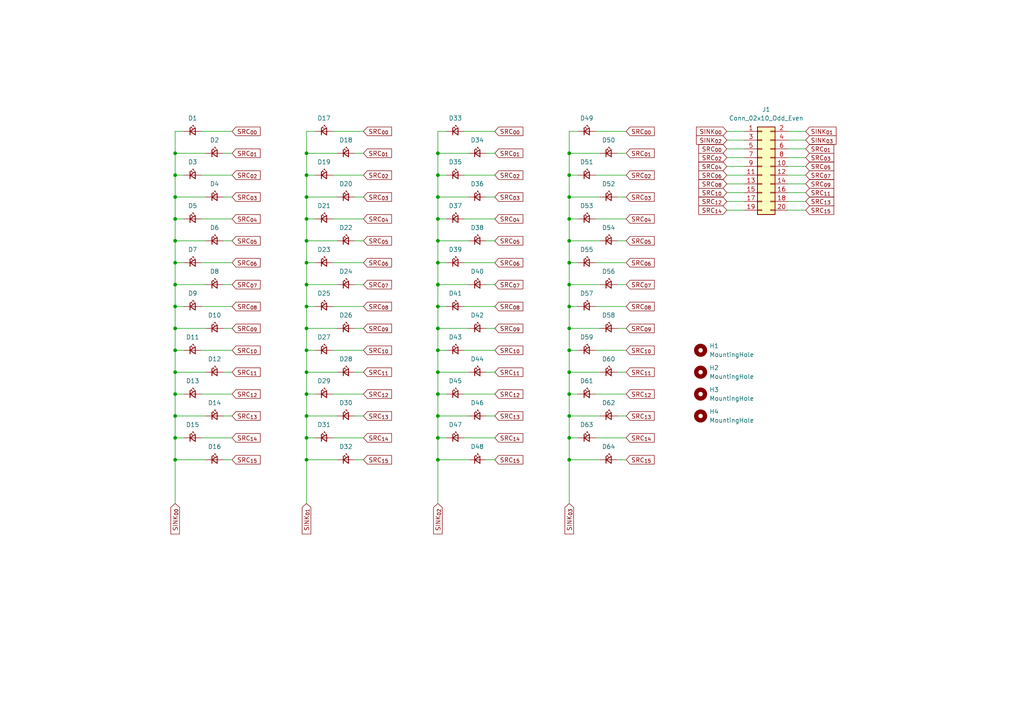
<source format=kicad_sch>
(kicad_sch (version 20250114) (generator "eeschema") (generator_version "9.0")
  (paper "A4")
  (title_block (title "Hyperdrift LED example board: Grid") (date "2026-01-06") (company "Chris Combs"))
  (lib_symbols
    (symbol "Connector_Generic:Conn_02x10_Odd_Even" (pin_names (offset 1.016) (hide yes))
      (property "Reference" "J" (at 1.27 12.7 0))
      (property "Value" "Conn_02x10_Odd_Even" (at 1.27 -15.24 0))
      (symbol "Conn_02x10_Odd_Even_1_1"
        (rectangle (start -1.27 11.43) (end 3.81 -13.97) (stroke (width 0.254)) (fill (type background)))
        (rectangle (start -1.27 10.287) (end 0 10.033) (stroke (width 0.1524)))
        (rectangle (start -1.27 7.747) (end 0 7.493) (stroke (width 0.1524)))
        (rectangle (start -1.27 5.207) (end 0 4.953) (stroke (width 0.1524)))
        (rectangle (start -1.27 2.667) (end 0 2.413) (stroke (width 0.1524)))
        (rectangle (start -1.27 0.127) (end 0 -0.127) (stroke (width 0.1524)))
        (rectangle (start -1.27 -2.413) (end 0 -2.667) (stroke (width 0.1524)))
        (rectangle (start -1.27 -4.953) (end 0 -5.207) (stroke (width 0.1524)))
        (rectangle (start -1.27 -7.493) (end 0 -7.747) (stroke (width 0.1524)))
        (rectangle (start -1.27 -10.033) (end 0 -10.287) (stroke (width 0.1524)))
        (rectangle (start -1.27 -12.573) (end 0 -12.827) (stroke (width 0.1524)))
        (rectangle (start 3.81 10.287) (end 2.54 10.033) (stroke (width 0.1524)))
        (rectangle (start 3.81 7.747) (end 2.54 7.493) (stroke (width 0.1524)))
        (rectangle (start 3.81 5.207) (end 2.54 4.953) (stroke (width 0.1524)))
        (rectangle (start 3.81 2.667) (end 2.54 2.413) (stroke (width 0.1524)))
        (rectangle (start 3.81 0.127) (end 2.54 -0.127) (stroke (width 0.1524)))
        (rectangle (start 3.81 -2.413) (end 2.54 -2.667) (stroke (width 0.1524)))
        (rectangle (start 3.81 -4.953) (end 2.54 -5.207) (stroke (width 0.1524)))
        (rectangle (start 3.81 -7.493) (end 2.54 -7.747) (stroke (width 0.1524)))
        (rectangle (start 3.81 -10.033) (end 2.54 -10.287) (stroke (width 0.1524)))
        (rectangle (start 3.81 -12.573) (end 2.54 -12.827) (stroke (width 0.1524)))
        (pin passive line (at -5.08 10.16 0) (length 3.81) (name "Pin_1") (number "1"))
        (pin passive line (at -5.08 7.62 0) (length 3.81) (name "Pin_3") (number "3"))
        (pin passive line (at -5.08 5.08 0) (length 3.81) (name "Pin_5") (number "5"))
        (pin passive line (at -5.08 2.54 0) (length 3.81) (name "Pin_7") (number "7"))
        (pin passive line (at -5.08 0 0) (length 3.81) (name "Pin_9") (number "9"))
        (pin passive line (at -5.08 -2.54 0) (length 3.81) (name "Pin_11") (number "11"))
        (pin passive line (at -5.08 -5.08 0) (length 3.81) (name "Pin_13") (number "13"))
        (pin passive line (at -5.08 -7.62 0) (length 3.81) (name "Pin_15") (number "15"))
        (pin passive line (at -5.08 -10.16 0) (length 3.81) (name "Pin_17") (number "17"))
        (pin passive line (at -5.08 -12.7 0) (length 3.81) (name "Pin_19") (number "19"))
        (pin passive line (at 7.62 10.16 180) (length 3.81) (name "Pin_2") (number "2"))
        (pin passive line (at 7.62 7.62 180) (length 3.81) (name "Pin_4") (number "4"))
        (pin passive line (at 7.62 5.08 180) (length 3.81) (name "Pin_6") (number "6"))
        (pin passive line (at 7.62 2.54 180) (length 3.81) (name "Pin_8") (number "8"))
        (pin passive line (at 7.62 0 180) (length 3.81) (name "Pin_10") (number "10"))
        (pin passive line (at 7.62 -2.54 180) (length 3.81) (name "Pin_12") (number "12"))
        (pin passive line (at 7.62 -5.08 180) (length 3.81) (name "Pin_14") (number "14"))
        (pin passive line (at 7.62 -7.62 180) (length 3.81) (name "Pin_16") (number "16"))
        (pin passive line (at 7.62 -10.16 180) (length 3.81) (name "Pin_18") (number "18"))
        (pin passive line (at 7.62 -12.7 180) (length 3.81) (name "Pin_20") (number "20"))
      )
    )
    (symbol "Mechanical:MountingHole" (pin_names (offset 1.016)) (exclude_from_sim yes) (in_bom no)
      (property "Reference" "H" (at 0 5.08 0))
      (property "Value" "MountingHole" (at 0 3.175 0))
      (symbol "MountingHole_0_1"
        (circle (center 0 0) (radius 1.27) (stroke (width 1.27)))
      )
    )
    (symbol "PCM_SparkFun-LED:LED" (pin_numbers (hide yes)) (pin_names (offset 1.016) (hide yes))
      (property "Reference" "D" (at 0 2.54 0))
      (property "Value" "LED" (at 0 -2.54 0))
      (symbol "LED_0_1"
        (polyline (pts (xy -0.762 -1.016) (xy -0.762 1.016)) (stroke (width 0.254)))
        (polyline (pts (xy 0 0.762) (xy -0.508 1.27) (xy -0.254 1.27) (xy -0.508 1.27) (xy -0.508 1.016)))
        (polyline (pts (xy 0.508 1.27) (xy 0 1.778) (xy 0.254 1.778) (xy 0 1.778) (xy 0 1.524)))
        (polyline (pts (xy 0.762 -1.016) (xy -0.762 0) (xy 0.762 1.016) (xy 0.762 -1.016)) (stroke (width 0.254)))
        (polyline (pts (xy 1.016 0) (xy -0.762 0)))
      )
      (symbol "LED_1_1"
        (pin passive line (at -2.54 0 0) (length 1.778) (name "K") (number "1"))
        (pin passive line (at 2.54 0 180) (length 1.778) (name "A") (number "2"))
      )
    )
  )
  (bus_alias "SINK0" (members "SINK_{00}" "SINK_{01}" "SINK_{02}" "SINK_{03}"))
  (junction (at 127 69.85))
  (junction (at 127 76.2))
  (junction (at 165.1 82.55))
  (junction (at 50.8 95.25))
  (junction (at 50.8 127))
  (junction (at 127 120.65))
  (junction (at 50.8 57.15))
  (junction (at 50.8 133.35))
  (junction (at 127 50.8))
  (junction (at 165.1 114.3))
  (junction (at 127 82.55))
  (junction (at 88.9 114.3))
  (junction (at 127 107.95))
  (junction (at 50.8 76.2))
  (junction (at 50.8 101.6))
  (junction (at 88.9 107.95))
  (junction (at 88.9 69.85))
  (junction (at 50.8 63.5))
  (junction (at 165.1 76.2))
  (junction (at 165.1 44.45))
  (junction (at 50.8 69.85))
  (junction (at 165.1 50.8))
  (junction (at 127 57.15))
  (junction (at 165.1 63.5))
  (junction (at 88.9 127))
  (junction (at 165.1 57.15))
  (junction (at 50.8 120.65))
  (junction (at 50.8 114.3))
  (junction (at 88.9 95.25))
  (junction (at 88.9 88.9))
  (junction (at 50.8 82.55))
  (junction (at 165.1 107.95))
  (junction (at 127 114.3))
  (junction (at 88.9 133.35))
  (junction (at 88.9 76.2))
  (junction (at 88.9 44.45))
  (junction (at 127 88.9))
  (junction (at 165.1 133.35))
  (junction (at 165.1 120.65))
  (junction (at 88.9 57.15))
  (junction (at 88.9 101.6))
  (junction (at 165.1 88.9))
  (junction (at 50.8 50.8))
  (junction (at 165.1 69.85))
  (junction (at 88.9 50.8))
  (junction (at 127 133.35))
  (junction (at 127 44.45))
  (junction (at 50.8 44.45))
  (junction (at 165.1 95.25))
  (junction (at 127 101.6))
  (junction (at 50.8 88.9))
  (junction (at 88.9 63.5))
  (junction (at 127 95.25))
  (junction (at 88.9 82.55))
  (junction (at 127 127))
  (junction (at 88.9 120.65))
  (junction (at 165.1 127))
  (junction (at 127 63.5))
  (junction (at 165.1 101.6))
  (junction (at 50.8 107.95))
  (wire (pts (xy 140.97 133.35) (xy 143.51 133.35)))
  (wire (pts (xy 228.6 53.34) (xy 233.68 53.34)))
  (wire (pts (xy 165.1 88.9) (xy 165.1 95.25)))
  (wire (pts (xy 140.97 82.55) (xy 143.51 82.55)))
  (wire (pts (xy 140.97 69.85) (xy 143.51 69.85)))
  (wire (pts (xy 210.82 55.88) (xy 215.9 55.88)))
  (wire (pts (xy 127 57.15) (xy 127 63.5)))
  (wire (pts (xy 165.1 63.5) (xy 167.64 63.5)))
  (wire (pts (xy 50.8 50.8) (xy 53.34 50.8)))
  (wire (pts (xy 50.8 95.25) (xy 59.69 95.25)))
  (wire (pts (xy 165.1 127) (xy 167.64 127)))
  (wire (pts (xy 228.6 58.42) (xy 233.68 58.42)))
  (wire (pts (xy 179.07 107.95) (xy 181.61 107.95)))
  (wire (pts (xy 88.9 69.85) (xy 97.79 69.85)))
  (wire (pts (xy 179.07 44.45) (xy 181.61 44.45)))
  (wire (pts (xy 228.6 38.1) (xy 233.68 38.1)))
  (wire (pts (xy 179.07 57.15) (xy 181.61 57.15)))
  (wire (pts (xy 58.42 127) (xy 67.31 127)))
  (wire (pts (xy 88.9 44.45) (xy 88.9 50.8)))
  (wire (pts (xy 179.07 120.65) (xy 181.61 120.65)))
  (wire (pts (xy 58.42 38.1) (xy 67.31 38.1)))
  (wire (pts (xy 165.1 50.8) (xy 165.1 57.15)))
  (wire (pts (xy 179.07 69.85) (xy 181.61 69.85)))
  (wire (pts (xy 50.8 76.2) (xy 50.8 82.55)))
  (wire (pts (xy 165.1 50.8) (xy 167.64 50.8)))
  (wire (pts (xy 102.87 95.25) (xy 105.41 95.25)))
  (wire (pts (xy 127 133.35) (xy 135.89 133.35)))
  (wire (pts (xy 88.9 133.35) (xy 88.9 146.05)))
  (wire (pts (xy 96.52 76.2) (xy 105.41 76.2)))
  (wire (pts (xy 88.9 69.85) (xy 88.9 76.2)))
  (wire (pts (xy 140.97 95.25) (xy 143.51 95.25)))
  (wire (pts (xy 127 114.3) (xy 127 120.65)))
  (wire (pts (xy 210.82 60.96) (xy 215.9 60.96)))
  (wire (pts (xy 165.1 88.9) (xy 167.64 88.9)))
  (wire (pts (xy 127 133.35) (xy 127 146.05)))
  (wire (pts (xy 179.07 82.55) (xy 181.61 82.55)))
  (wire (pts (xy 134.62 88.9) (xy 143.51 88.9)))
  (wire (pts (xy 58.42 101.6) (xy 67.31 101.6)))
  (wire (pts (xy 165.1 82.55) (xy 173.99 82.55)))
  (wire (pts (xy 127 88.9) (xy 129.54 88.9)))
  (wire (pts (xy 50.8 88.9) (xy 53.34 88.9)))
  (wire (pts (xy 96.52 127) (xy 105.41 127)))
  (wire (pts (xy 96.52 114.3) (xy 105.41 114.3)))
  (wire (pts (xy 88.9 50.8) (xy 91.44 50.8)))
  (wire (pts (xy 50.8 114.3) (xy 50.8 120.65)))
  (wire (pts (xy 172.72 50.8) (xy 181.61 50.8)))
  (wire (pts (xy 210.82 38.1) (xy 215.9 38.1)))
  (wire (pts (xy 88.9 114.3) (xy 91.44 114.3)))
  (wire (pts (xy 165.1 114.3) (xy 165.1 120.65)))
  (wire (pts (xy 210.82 50.8) (xy 215.9 50.8)))
  (wire (pts (xy 50.8 82.55) (xy 50.8 88.9)))
  (wire (pts (xy 88.9 44.45) (xy 97.79 44.45)))
  (wire (pts (xy 140.97 57.15) (xy 143.51 57.15)))
  (wire (pts (xy 179.07 133.35) (xy 181.61 133.35)))
  (wire (pts (xy 88.9 63.5) (xy 88.9 69.85)))
  (wire (pts (xy 50.8 44.45) (xy 59.69 44.45)))
  (wire (pts (xy 127 107.95) (xy 127 114.3)))
  (wire (pts (xy 64.77 120.65) (xy 67.31 120.65)))
  (wire (pts (xy 165.1 127) (xy 165.1 133.35)))
  (wire (pts (xy 165.1 107.95) (xy 165.1 114.3)))
  (wire (pts (xy 127 44.45) (xy 135.89 44.45)))
  (wire (pts (xy 50.8 133.35) (xy 59.69 133.35)))
  (wire (pts (xy 172.72 63.5) (xy 181.61 63.5)))
  (wire (pts (xy 50.8 127) (xy 53.34 127)))
  (wire (pts (xy 210.82 45.72) (xy 215.9 45.72)))
  (wire (pts (xy 88.9 82.55) (xy 88.9 88.9)))
  (wire (pts (xy 88.9 76.2) (xy 88.9 82.55)))
  (wire (pts (xy 64.77 57.15) (xy 67.31 57.15)))
  (wire (pts (xy 58.42 50.8) (xy 67.31 50.8)))
  (wire (pts (xy 127 63.5) (xy 129.54 63.5)))
  (wire (pts (xy 50.8 101.6) (xy 53.34 101.6)))
  (wire (pts (xy 134.62 76.2) (xy 143.51 76.2)))
  (wire (pts (xy 88.9 120.65) (xy 97.79 120.65)))
  (wire (pts (xy 165.1 57.15) (xy 173.99 57.15)))
  (wire (pts (xy 50.8 57.15) (xy 50.8 63.5)))
  (wire (pts (xy 88.9 133.35) (xy 97.79 133.35)))
  (wire (pts (xy 50.8 101.6) (xy 50.8 107.95)))
  (wire (pts (xy 172.72 88.9) (xy 181.61 88.9)))
  (wire (pts (xy 140.97 44.45) (xy 143.51 44.45)))
  (wire (pts (xy 102.87 133.35) (xy 105.41 133.35)))
  (wire (pts (xy 50.8 107.95) (xy 59.69 107.95)))
  (wire (pts (xy 96.52 38.1) (xy 105.41 38.1)))
  (wire (pts (xy 165.1 114.3) (xy 167.64 114.3)))
  (wire (pts (xy 210.82 58.42) (xy 215.9 58.42)))
  (wire (pts (xy 210.82 53.34) (xy 215.9 53.34)))
  (wire (pts (xy 88.9 127) (xy 88.9 133.35)))
  (wire (pts (xy 210.82 43.18) (xy 215.9 43.18)))
  (wire (pts (xy 127 82.55) (xy 135.89 82.55)))
  (wire (pts (xy 134.62 114.3) (xy 143.51 114.3)))
  (wire (pts (xy 228.6 43.18) (xy 233.68 43.18)))
  (wire (pts (xy 228.6 50.8) (xy 233.68 50.8)))
  (wire (pts (xy 228.6 40.64) (xy 233.68 40.64)))
  (wire (pts (xy 96.52 101.6) (xy 105.41 101.6)))
  (wire (pts (xy 172.72 76.2) (xy 181.61 76.2)))
  (wire (pts (xy 172.72 101.6) (xy 181.61 101.6)))
  (wire (pts (xy 140.97 107.95) (xy 143.51 107.95)))
  (wire (pts (xy 140.97 120.65) (xy 143.51 120.65)))
  (wire (pts (xy 96.52 88.9) (xy 105.41 88.9)))
  (wire (pts (xy 165.1 95.25) (xy 165.1 101.6)))
  (wire (pts (xy 134.62 38.1) (xy 143.51 38.1)))
  (wire (pts (xy 165.1 133.35) (xy 165.1 146.05)))
  (wire (pts (xy 165.1 76.2) (xy 165.1 82.55)))
  (wire (pts (xy 165.1 44.45) (xy 165.1 50.8)))
  (wire (pts (xy 165.1 101.6) (xy 167.64 101.6)))
  (wire (pts (xy 102.87 69.85) (xy 105.41 69.85)))
  (wire (pts (xy 210.82 40.64) (xy 215.9 40.64)))
  (wire (pts (xy 50.8 57.15) (xy 59.69 57.15)))
  (wire (pts (xy 64.77 82.55) (xy 67.31 82.55)))
  (wire (pts (xy 228.6 60.96) (xy 233.68 60.96)))
  (wire (pts (xy 210.82 48.26) (xy 215.9 48.26)))
  (wire (pts (xy 88.9 120.65) (xy 88.9 127)))
  (wire (pts (xy 127 107.95) (xy 135.89 107.95)))
  (wire (pts (xy 167.64 38.1) (xy 165.1 38.1)))
  (wire (pts (xy 64.77 107.95) (xy 67.31 107.95)))
  (wire (pts (xy 228.6 48.26) (xy 233.68 48.26)))
  (wire (pts (xy 165.1 120.65) (xy 173.99 120.65)))
  (wire (pts (xy 50.8 44.45) (xy 50.8 50.8)))
  (wire (pts (xy 102.87 120.65) (xy 105.41 120.65)))
  (wire (pts (xy 172.72 127) (xy 181.61 127)))
  (wire (pts (xy 88.9 88.9) (xy 91.44 88.9)))
  (wire (pts (xy 165.1 120.65) (xy 165.1 127)))
  (wire (pts (xy 50.8 114.3) (xy 53.34 114.3)))
  (wire (pts (xy 64.77 95.25) (xy 67.31 95.25)))
  (wire (pts (xy 50.8 50.8) (xy 50.8 57.15)))
  (wire (pts (xy 88.9 101.6) (xy 88.9 107.95)))
  (wire (pts (xy 50.8 133.35) (xy 50.8 146.05)))
  (wire (pts (xy 165.1 57.15) (xy 165.1 63.5)))
  (wire (pts (xy 127 88.9) (xy 127 95.25)))
  (wire (pts (xy 88.9 57.15) (xy 88.9 63.5)))
  (wire (pts (xy 88.9 95.25) (xy 88.9 101.6)))
  (wire (pts (xy 88.9 76.2) (xy 91.44 76.2)))
  (wire (pts (xy 50.8 69.85) (xy 59.69 69.85)))
  (wire (pts (xy 58.42 63.5) (xy 67.31 63.5)))
  (wire (pts (xy 172.72 38.1) (xy 181.61 38.1)))
  (wire (pts (xy 88.9 50.8) (xy 88.9 57.15)))
  (wire (pts (xy 127 76.2) (xy 127 82.55)))
  (wire (pts (xy 127 38.1) (xy 127 44.45)))
  (wire (pts (xy 127 114.3) (xy 129.54 114.3)))
  (wire (pts (xy 88.9 101.6) (xy 91.44 101.6)))
  (wire (pts (xy 127 127) (xy 129.54 127)))
  (wire (pts (xy 127 50.8) (xy 129.54 50.8)))
  (wire (pts (xy 228.6 45.72) (xy 233.68 45.72)))
  (wire (pts (xy 165.1 38.1) (xy 165.1 44.45)))
  (wire (pts (xy 127 120.65) (xy 135.89 120.65)))
  (wire (pts (xy 88.9 38.1) (xy 88.9 44.45)))
  (wire (pts (xy 50.8 95.25) (xy 50.8 101.6)))
  (wire (pts (xy 88.9 107.95) (xy 88.9 114.3)))
  (wire (pts (xy 88.9 82.55) (xy 97.79 82.55)))
  (wire (pts (xy 127 95.25) (xy 127 101.6)))
  (wire (pts (xy 165.1 63.5) (xy 165.1 69.85)))
  (wire (pts (xy 134.62 127) (xy 143.51 127)))
  (wire (pts (xy 50.8 127) (xy 50.8 133.35)))
  (wire (pts (xy 127 120.65) (xy 127 127)))
  (wire (pts (xy 165.1 101.6) (xy 165.1 107.95)))
  (wire (pts (xy 53.34 38.1) (xy 50.8 38.1)))
  (wire (pts (xy 91.44 38.1) (xy 88.9 38.1)))
  (wire (pts (xy 96.52 63.5) (xy 105.41 63.5)))
  (wire (pts (xy 64.77 133.35) (xy 67.31 133.35)))
  (wire (pts (xy 88.9 63.5) (xy 91.44 63.5)))
  (wire (pts (xy 50.8 38.1) (xy 50.8 44.45)))
  (wire (pts (xy 165.1 107.95) (xy 173.99 107.95)))
  (wire (pts (xy 88.9 95.25) (xy 97.79 95.25)))
  (wire (pts (xy 58.42 114.3) (xy 67.31 114.3)))
  (wire (pts (xy 50.8 88.9) (xy 50.8 95.25)))
  (wire (pts (xy 50.8 82.55) (xy 59.69 82.55)))
  (wire (pts (xy 50.8 63.5) (xy 50.8 69.85)))
  (wire (pts (xy 58.42 76.2) (xy 67.31 76.2)))
  (wire (pts (xy 127 69.85) (xy 127 76.2)))
  (wire (pts (xy 134.62 101.6) (xy 143.51 101.6)))
  (wire (pts (xy 50.8 69.85) (xy 50.8 76.2)))
  (wire (pts (xy 88.9 57.15) (xy 97.79 57.15)))
  (wire (pts (xy 102.87 57.15) (xy 105.41 57.15)))
  (wire (pts (xy 228.6 55.88) (xy 233.68 55.88)))
  (wire (pts (xy 127 63.5) (xy 127 69.85)))
  (wire (pts (xy 134.62 63.5) (xy 143.51 63.5)))
  (wire (pts (xy 64.77 44.45) (xy 67.31 44.45)))
  (wire (pts (xy 50.8 120.65) (xy 50.8 127)))
  (wire (pts (xy 127 101.6) (xy 127 107.95)))
  (wire (pts (xy 88.9 107.95) (xy 97.79 107.95)))
  (wire (pts (xy 127 69.85) (xy 135.89 69.85)))
  (wire (pts (xy 127 76.2) (xy 129.54 76.2)))
  (wire (pts (xy 50.8 63.5) (xy 53.34 63.5)))
  (wire (pts (xy 58.42 88.9) (xy 67.31 88.9)))
  (wire (pts (xy 165.1 95.25) (xy 173.99 95.25)))
  (wire (pts (xy 127 95.25) (xy 135.89 95.25)))
  (wire (pts (xy 127 127) (xy 127 133.35)))
  (wire (pts (xy 50.8 76.2) (xy 53.34 76.2)))
  (wire (pts (xy 96.52 50.8) (xy 105.41 50.8)))
  (wire (pts (xy 102.87 107.95) (xy 105.41 107.95)))
  (wire (pts (xy 50.8 120.65) (xy 59.69 120.65)))
  (wire (pts (xy 172.72 114.3) (xy 181.61 114.3)))
  (wire (pts (xy 102.87 44.45) (xy 105.41 44.45)))
  (wire (pts (xy 88.9 114.3) (xy 88.9 120.65)))
  (wire (pts (xy 102.87 82.55) (xy 105.41 82.55)))
  (wire (pts (xy 127 50.8) (xy 127 57.15)))
  (wire (pts (xy 165.1 133.35) (xy 173.99 133.35)))
  (wire (pts (xy 88.9 127) (xy 91.44 127)))
  (wire (pts (xy 127 101.6) (xy 129.54 101.6)))
  (wire (pts (xy 165.1 69.85) (xy 173.99 69.85)))
  (wire (pts (xy 165.1 44.45) (xy 173.99 44.45)))
  (wire (pts (xy 129.54 38.1) (xy 127 38.1)))
  (wire (pts (xy 127 57.15) (xy 135.89 57.15)))
  (wire (pts (xy 134.62 50.8) (xy 143.51 50.8)))
  (wire (pts (xy 165.1 76.2) (xy 167.64 76.2)))
  (wire (pts (xy 179.07 95.25) (xy 181.61 95.25)))
  (wire (pts (xy 50.8 107.95) (xy 50.8 114.3)))
  (wire (pts (xy 88.9 88.9) (xy 88.9 95.25)))
  (wire (pts (xy 165.1 69.85) (xy 165.1 76.2)))
  (wire (pts (xy 127 82.55) (xy 127 88.9)))
  (wire (pts (xy 127 44.45) (xy 127 50.8)))
  (wire (pts (xy 64.77 69.85) (xy 67.31 69.85)))
  (wire (pts (xy 165.1 82.55) (xy 165.1 88.9)))
  (global_label "SRC_{03}" (shape input) (at 105.41 57.15 0) (property "Intersheetrefs" "${INTERSHEET_REFS}" (effects (hide yes))))
  (global_label "SRC_{14}" (shape input) (at 143.51 127 0) (property "Intersheetrefs" "${INTERSHEET_REFS}" (effects (hide yes))))
  (global_label "SRC_{00}" (shape input) (at 143.51 38.1 0) (property "Intersheetrefs" "${INTERSHEET_REFS}" (effects (hide yes))))
  (global_label "SRC_{05}" (shape input) (at 105.41 69.85 0) (property "Intersheetrefs" "${INTERSHEET_REFS}" (effects (hide yes))))
  (global_label "SRC_{01}" (shape input) (at 181.61 44.45 0) (property "Intersheetrefs" "${INTERSHEET_REFS}" (effects (hide yes))))
  (global_label "SINK_{02}" (shape input) (at 127 146.05 270) (property "Intersheetrefs" "${INTERSHEET_REFS}" (effects (hide yes))))
  (global_label "SRC_{15}" (shape input) (at 181.61 133.35 0) (property "Intersheetrefs" "${INTERSHEET_REFS}" (effects (hide yes))))
  (global_label "SRC_{13}" (shape input) (at 105.41 120.65 0) (property "Intersheetrefs" "${INTERSHEET_REFS}" (effects (hide yes))))
  (global_label "SRC_{08}" (shape input) (at 105.41 88.9 0) (property "Intersheetrefs" "${INTERSHEET_REFS}" (effects (hide yes))))
  (global_label "SRC_{07}" (shape input) (at 181.61 82.55 0) (property "Intersheetrefs" "${INTERSHEET_REFS}" (effects (hide yes))))
  (global_label "SRC_{04}" (shape input) (at 105.41 63.5 0) (property "Intersheetrefs" "${INTERSHEET_REFS}" (effects (hide yes))))
  (global_label "SINK_{01}" (shape input) (at 88.9 146.05 270) (property "Intersheetrefs" "${INTERSHEET_REFS}" (effects (hide yes))))
  (global_label "SRC_{12}" (shape input) (at 143.51 114.3 0) (property "Intersheetrefs" "${INTERSHEET_REFS}" (effects (hide yes))))
  (global_label "SRC_{08}" (shape input) (at 181.61 88.9 0) (property "Intersheetrefs" "${INTERSHEET_REFS}" (effects (hide yes))))
  (global_label "SINK_{00}" (shape input) (at 50.8 146.05 270) (property "Intersheetrefs" "${INTERSHEET_REFS}" (effects (hide yes))))
  (global_label "SRC_{10}" (shape input) (at 143.51 101.6 0) (property "Intersheetrefs" "${INTERSHEET_REFS}" (effects (hide yes))))
  (global_label "SRC_{06}" (shape input) (at 143.51 76.2 0) (property "Intersheetrefs" "${INTERSHEET_REFS}" (effects (hide yes))))
  (global_label "SRC_{12}" (shape input) (at 105.41 114.3 0) (property "Intersheetrefs" "${INTERSHEET_REFS}" (effects (hide yes))))
  (global_label "SRC_{03}" (shape input) (at 181.61 57.15 0) (property "Intersheetrefs" "${INTERSHEET_REFS}" (effects (hide yes))))
  (global_label "SRC_{02}" (shape input) (at 143.51 50.8 0) (property "Intersheetrefs" "${INTERSHEET_REFS}" (effects (hide yes))))
  (global_label "SRC_{11}" (shape input) (at 143.51 107.95 0) (property "Intersheetrefs" "${INTERSHEET_REFS}" (effects (hide yes))))
  (global_label "SRC_{14}" (shape input) (at 105.41 127 0) (property "Intersheetrefs" "${INTERSHEET_REFS}" (effects (hide yes))))
  (global_label "SRC_{11}" (shape input) (at 181.61 107.95 0) (property "Intersheetrefs" "${INTERSHEET_REFS}" (effects (hide yes))))
  (global_label "SRC_{07}" (shape input) (at 105.41 82.55 0) (property "Intersheetrefs" "${INTERSHEET_REFS}" (effects (hide yes))))
  (global_label "SRC_{12}" (shape input) (at 210.82 58.42 180) (property "Intersheetrefs" "${INTERSHEET_REFS}" (effects (hide yes))))
  (global_label "SRC_{10}" (shape input) (at 210.82 55.88 180) (property "Intersheetrefs" "${INTERSHEET_REFS}" (effects (hide yes))))
  (global_label "SRC_{06}" (shape input) (at 210.82 50.8 180) (property "Intersheetrefs" "${INTERSHEET_REFS}" (effects (hide yes))))
  (global_label "SRC_{08}" (shape input) (at 210.82 53.34 180) (property "Intersheetrefs" "${INTERSHEET_REFS}" (effects (hide yes))))
  (global_label "SRC_{14}" (shape input) (at 210.82 60.96 180) (property "Intersheetrefs" "${INTERSHEET_REFS}" (effects (hide yes))))
  (global_label "SRC_{00}" (shape input) (at 210.82 43.18 180) (property "Intersheetrefs" "${INTERSHEET_REFS}" (effects (hide yes))))
  (global_label "SRC_{02}" (shape input) (at 210.82 45.72 180) (property "Intersheetrefs" "${INTERSHEET_REFS}" (effects (hide yes))))
  (global_label "SRC_{04}" (shape input) (at 210.82 48.26 180) (property "Intersheetrefs" "${INTERSHEET_REFS}" (effects (hide yes))))
  (global_label "SRC_{01}" (shape input) (at 233.68 43.18 0) (property "Intersheetrefs" "${INTERSHEET_REFS}" (effects (hide yes))))
  (global_label "SRC_{03}" (shape input) (at 233.68 45.72 0) (property "Intersheetrefs" "${INTERSHEET_REFS}" (effects (hide yes))))
  (global_label "SRC_{05}" (shape input) (at 233.68 48.26 0) (property "Intersheetrefs" "${INTERSHEET_REFS}" (effects (hide yes))))
  (global_label "SRC_{11}" (shape input) (at 233.68 55.88 0) (property "Intersheetrefs" "${INTERSHEET_REFS}" (effects (hide yes))))
  (global_label "SRC_{13}" (shape input) (at 233.68 58.42 0) (property "Intersheetrefs" "${INTERSHEET_REFS}" (effects (hide yes))))
  (global_label "SRC_{09}" (shape input) (at 233.68 53.34 0) (property "Intersheetrefs" "${INTERSHEET_REFS}" (effects (hide yes))))
  (global_label "SRC_{07}" (shape input) (at 233.68 50.8 0) (property "Intersheetrefs" "${INTERSHEET_REFS}" (effects (hide yes))))
  (global_label "SRC_{15}" (shape input) (at 233.68 60.96 0) (property "Intersheetrefs" "${INTERSHEET_REFS}" (effects (hide yes))))
  (global_label "SRC_{09}" (shape input) (at 181.61 95.25 0) (property "Intersheetrefs" "${INTERSHEET_REFS}" (effects (hide yes))))
  (global_label "SRC_{05}" (shape input) (at 143.51 69.85 0) (property "Intersheetrefs" "${INTERSHEET_REFS}" (effects (hide yes))))
  (global_label "SRC_{01}" (shape input) (at 143.51 44.45 0) (property "Intersheetrefs" "${INTERSHEET_REFS}" (effects (hide yes))))
  (global_label "SINK_{00}" (shape input) (at 210.82 38.1 180) (property "Intersheetrefs" "${INTERSHEET_REFS}" (effects (hide yes))))
  (global_label "SINK_{02}" (shape input) (at 210.82 40.64 180) (property "Intersheetrefs" "${INTERSHEET_REFS}" (effects (hide yes))))
  (global_label "SINK_{01}" (shape input) (at 233.68 38.1 0) (property "Intersheetrefs" "${INTERSHEET_REFS}" (effects (hide yes))))
  (global_label "SINK_{03}" (shape input) (at 233.68 40.64 0) (property "Intersheetrefs" "${INTERSHEET_REFS}" (effects (hide yes))))
  (global_label "SRC_{02}" (shape input) (at 105.41 50.8 0) (property "Intersheetrefs" "${INTERSHEET_REFS}" (effects (hide yes))))
  (global_label "SRC_{02}" (shape input) (at 181.61 50.8 0) (property "Intersheetrefs" "${INTERSHEET_REFS}" (effects (hide yes))))
  (global_label "SRC_{08}" (shape input) (at 143.51 88.9 0) (property "Intersheetrefs" "${INTERSHEET_REFS}" (effects (hide yes))))
  (global_label "SRC_{00}" (shape input) (at 105.41 38.1 0) (property "Intersheetrefs" "${INTERSHEET_REFS}" (effects (hide yes))))
  (global_label "SRC_{06}" (shape input) (at 181.61 76.2 0) (property "Intersheetrefs" "${INTERSHEET_REFS}" (effects (hide yes))))
  (global_label "SRC_{14}" (shape input) (at 181.61 127 0) (property "Intersheetrefs" "${INTERSHEET_REFS}" (effects (hide yes))))
  (global_label "SRC_{07}" (shape input) (at 143.51 82.55 0) (property "Intersheetrefs" "${INTERSHEET_REFS}" (effects (hide yes))))
  (global_label "SRC_{09}" (shape input) (at 105.41 95.25 0) (property "Intersheetrefs" "${INTERSHEET_REFS}" (effects (hide yes))))
  (global_label "SRC_{04}" (shape input) (at 181.61 63.5 0) (property "Intersheetrefs" "${INTERSHEET_REFS}" (effects (hide yes))))
  (global_label "SINK_{03}" (shape input) (at 165.1 146.05 270) (property "Intersheetrefs" "${INTERSHEET_REFS}" (effects (hide yes))))
  (global_label "SRC_{05}" (shape input) (at 181.61 69.85 0) (property "Intersheetrefs" "${INTERSHEET_REFS}" (effects (hide yes))))
  (global_label "SRC_{11}" (shape input) (at 105.41 107.95 0) (property "Intersheetrefs" "${INTERSHEET_REFS}" (effects (hide yes))))
  (global_label "SRC_{15}" (shape input) (at 105.41 133.35 0) (property "Intersheetrefs" "${INTERSHEET_REFS}" (effects (hide yes))))
  (global_label "SRC_{10}" (shape input) (at 105.41 101.6 0) (property "Intersheetrefs" "${INTERSHEET_REFS}" (effects (hide yes))))
  (global_label "SRC_{06}" (shape input) (at 105.41 76.2 0) (property "Intersheetrefs" "${INTERSHEET_REFS}" (effects (hide yes))))
  (global_label "SRC_{09}" (shape input) (at 143.51 95.25 0) (property "Intersheetrefs" "${INTERSHEET_REFS}" (effects (hide yes))))
  (global_label "SRC_{01}" (shape input) (at 105.41 44.45 0) (property "Intersheetrefs" "${INTERSHEET_REFS}" (effects (hide yes))))
  (global_label "SRC_{15}" (shape input) (at 143.51 133.35 0) (property "Intersheetrefs" "${INTERSHEET_REFS}" (effects (hide yes))))
  (global_label "SRC_{13}" (shape input) (at 143.51 120.65 0) (property "Intersheetrefs" "${INTERSHEET_REFS}" (effects (hide yes))))
  (global_label "SRC_{12}" (shape input) (at 181.61 114.3 0) (property "Intersheetrefs" "${INTERSHEET_REFS}" (effects (hide yes))))
  (global_label "SRC_{13}" (shape input) (at 181.61 120.65 0) (property "Intersheetrefs" "${INTERSHEET_REFS}" (effects (hide yes))))
  (global_label "SRC_{03}" (shape input) (at 143.51 57.15 0) (property "Intersheetrefs" "${INTERSHEET_REFS}" (effects (hide yes))))
  (global_label "SRC_{00}" (shape input) (at 181.61 38.1 0) (property "Intersheetrefs" "${INTERSHEET_REFS}" (effects (hide yes))))
  (global_label "SRC_{04}" (shape input) (at 143.51 63.5 0) (property "Intersheetrefs" "${INTERSHEET_REFS}" (effects (hide yes))))
  (global_label "SRC_{06}" (shape input) (at 67.31 76.2 0) (property "Intersheetrefs" "${INTERSHEET_REFS}" (effects (hide yes))))
  (global_label "SRC_{05}" (shape input) (at 67.31 69.85 0) (property "Intersheetrefs" "${INTERSHEET_REFS}" (effects (hide yes))))
  (global_label "SRC_{07}" (shape input) (at 67.31 82.55 0) (property "Intersheetrefs" "${INTERSHEET_REFS}" (effects (hide yes))))
  (global_label "SRC_{08}" (shape input) (at 67.31 88.9 0) (property "Intersheetrefs" "${INTERSHEET_REFS}" (effects (hide yes))))
  (global_label "SRC_{09}" (shape input) (at 67.31 95.25 0) (property "Intersheetrefs" "${INTERSHEET_REFS}" (effects (hide yes))))
  (global_label "SRC_{10}" (shape input) (at 67.31 101.6 0) (property "Intersheetrefs" "${INTERSHEET_REFS}" (effects (hide yes))))
  (global_label "SRC_{11}" (shape input) (at 67.31 107.95 0) (property "Intersheetrefs" "${INTERSHEET_REFS}" (effects (hide yes))))
  (global_label "SRC_{04}" (shape input) (at 67.31 63.5 0) (property "Intersheetrefs" "${INTERSHEET_REFS}" (effects (hide yes))))
  (global_label "SRC_{03}" (shape input) (at 67.31 57.15 0) (property "Intersheetrefs" "${INTERSHEET_REFS}" (effects (hide yes))))
  (global_label "SRC_{02}" (shape input) (at 67.31 50.8 0) (property "Intersheetrefs" "${INTERSHEET_REFS}" (effects (hide yes))))
  (global_label "SRC_{01}" (shape input) (at 67.31 44.45 0) (property "Intersheetrefs" "${INTERSHEET_REFS}" (effects (hide yes))))
  (global_label "SRC_{00}" (shape input) (at 67.31 38.1 0) (property "Intersheetrefs" "${INTERSHEET_REFS}" (effects (hide yes))))
  (global_label "SRC_{14}" (shape input) (at 67.31 127 0) (property "Intersheetrefs" "${INTERSHEET_REFS}" (effects (hide yes))))
  (global_label "SRC_{15}" (shape input) (at 67.31 133.35 0) (property "Intersheetrefs" "${INTERSHEET_REFS}" (effects (hide yes))))
  (global_label "SRC_{13}" (shape input) (at 67.31 120.65 0) (property "Intersheetrefs" "${INTERSHEET_REFS}" (effects (hide yes))))
  (global_label "SRC_{12}" (shape input) (at 67.31 114.3 0) (property "Intersheetrefs" "${INTERSHEET_REFS}" (effects (hide yes))))
  (global_label "SRC_{10}" (shape input) (at 181.61 101.6 0) (property "Intersheetrefs" "${INTERSHEET_REFS}" (effects (hide yes))))
  (symbol (lib_id "Mechanical:MountingHole") (at 203.2 101.6 0) (unit 1) (exclude_from_sim yes) (in_bom no)
    (property "Reference" "H1" (at 205.74 100.3299 0) (effects (justify left)))
    (property "Value" "MountingHole" (at 205.74 102.8699 0) (effects (justify left)))
    (property "Footprint" "MountingHole:MountingHole_3.2mm_M3" (effects (hide yes)))
    (property "Description" "Mounting Hole without connection" (effects (hide yes)))
  )
  (symbol (lib_id "PCM_SparkFun-LED:LED") (at 62.23 82.55 0) (unit 1)
    (property "Reference" "D8" (at 62.23 78.74 0))
    (property "Value" "LED" (effects (hide yes)))
    (property "Footprint" "LED_THT:LED_D5.0mm" (effects (hide yes)))
    (property "Description" "Light emitting diode" (effects (hide yes)))
    (property "PROD_ID" "LED-" (effects (hide yes)))
  )
  (symbol (lib_id "PCM_SparkFun-LED:LED") (at 62.23 69.85 0) (unit 1)
    (property "Reference" "D6" (at 62.23 66.04 0))
    (property "Value" "LED" (effects (hide yes)))
    (property "Footprint" "LED_THT:LED_D5.0mm" (effects (hide yes)))
    (property "Description" "Light emitting diode" (effects (hide yes)))
    (property "PROD_ID" "LED-" (effects (hide yes)))
  )
  (symbol (lib_id "PCM_SparkFun-LED:LED") (at 170.18 38.1 0) (unit 1)
    (property "Reference" "D49" (at 170.18 34.29 0))
    (property "Value" "LED" (effects (hide yes)))
    (property "Footprint" "LED_THT:LED_D5.0mm" (effects (hide yes)))
    (property "Description" "Light emitting diode" (effects (hide yes)))
    (property "PROD_ID" "LED-" (effects (hide yes)))
  )
  (symbol (lib_id "PCM_SparkFun-LED:LED") (at 93.98 76.2 0) (unit 1)
    (property "Reference" "D23" (at 93.98 72.39 0))
    (property "Value" "LED" (effects (hide yes)))
    (property "Footprint" "LED_THT:LED_D5.0mm" (effects (hide yes)))
    (property "Description" "Light emitting diode" (effects (hide yes)))
    (property "PROD_ID" "LED-" (effects (hide yes)))
  )
  (symbol (lib_id "PCM_SparkFun-LED:LED") (at 170.18 127 0) (unit 1)
    (property "Reference" "D63" (at 170.18 123.19 0))
    (property "Value" "LED" (effects (hide yes)))
    (property "Footprint" "LED_THT:LED_D5.0mm" (effects (hide yes)))
    (property "Description" "Light emitting diode" (effects (hide yes)))
    (property "PROD_ID" "LED-" (effects (hide yes)))
  )
  (symbol (lib_id "PCM_SparkFun-LED:LED") (at 100.33 120.65 0) (unit 1)
    (property "Reference" "D30" (at 100.33 116.84 0))
    (property "Value" "LED" (effects (hide yes)))
    (property "Footprint" "LED_THT:LED_D5.0mm" (effects (hide yes)))
    (property "Description" "Light emitting diode" (effects (hide yes)))
    (property "PROD_ID" "LED-" (effects (hide yes)))
  )
  (symbol (lib_id "PCM_SparkFun-LED:LED") (at 93.98 63.5 0) (unit 1)
    (property "Reference" "D21" (at 93.98 59.69 0))
    (property "Value" "LED" (effects (hide yes)))
    (property "Footprint" "LED_THT:LED_D5.0mm" (effects (hide yes)))
    (property "Description" "Light emitting diode" (effects (hide yes)))
    (property "PROD_ID" "LED-" (effects (hide yes)))
  )
  (symbol (lib_id "PCM_SparkFun-LED:LED") (at 55.88 38.1 0) (unit 1)
    (property "Reference" "D1" (at 55.88 34.29 0))
    (property "Value" "LED" (effects (hide yes)))
    (property "Footprint" "LED_THT:LED_D5.0mm" (effects (hide yes)))
    (property "Description" "Light emitting diode" (effects (hide yes)))
    (property "PROD_ID" "LED-" (effects (hide yes)))
  )
  (symbol (lib_id "PCM_SparkFun-LED:LED") (at 55.88 127 0) (unit 1)
    (property "Reference" "D15" (at 55.88 123.19 0))
    (property "Value" "LED" (effects (hide yes)))
    (property "Footprint" "LED_THT:LED_D5.0mm" (effects (hide yes)))
    (property "Description" "Light emitting diode" (effects (hide yes)))
    (property "PROD_ID" "LED-" (effects (hide yes)))
  )
  (symbol (lib_id "PCM_SparkFun-LED:LED") (at 62.23 120.65 0) (unit 1)
    (property "Reference" "D14" (at 62.23 116.84 0))
    (property "Value" "LED" (effects (hide yes)))
    (property "Footprint" "LED_THT:LED_D5.0mm" (effects (hide yes)))
    (property "Description" "Light emitting diode" (effects (hide yes)))
    (property "PROD_ID" "LED-" (effects (hide yes)))
  )
  (symbol (lib_id "PCM_SparkFun-LED:LED") (at 55.88 88.9 0) (unit 1)
    (property "Reference" "D9" (at 55.88 85.09 0))
    (property "Value" "LED" (effects (hide yes)))
    (property "Footprint" "LED_THT:LED_D5.0mm" (effects (hide yes)))
    (property "Description" "Light emitting diode" (effects (hide yes)))
    (property "PROD_ID" "LED-" (effects (hide yes)))
  )
  (symbol (lib_id "PCM_SparkFun-LED:LED") (at 55.88 50.8 0) (unit 1)
    (property "Reference" "D3" (at 55.88 46.99 0))
    (property "Value" "LED" (effects (hide yes)))
    (property "Footprint" "LED_THT:LED_D5.0mm" (effects (hide yes)))
    (property "Description" "Light emitting diode" (effects (hide yes)))
    (property "PROD_ID" "LED-" (effects (hide yes)))
  )
  (symbol (lib_id "PCM_SparkFun-LED:LED") (at 132.08 101.6 0) (unit 1)
    (property "Reference" "D43" (at 132.08 97.79 0))
    (property "Value" "LED" (effects (hide yes)))
    (property "Footprint" "LED_THT:LED_D5.0mm" (effects (hide yes)))
    (property "Description" "Light emitting diode" (effects (hide yes)))
    (property "PROD_ID" "LED-" (effects (hide yes)))
  )
  (symbol (lib_id "PCM_SparkFun-LED:LED") (at 93.98 101.6 0) (unit 1)
    (property "Reference" "D27" (at 93.98 97.79 0))
    (property "Value" "LED" (effects (hide yes)))
    (property "Footprint" "LED_THT:LED_D5.0mm" (effects (hide yes)))
    (property "Description" "Light emitting diode" (effects (hide yes)))
    (property "PROD_ID" "LED-" (effects (hide yes)))
  )
  (symbol (lib_id "PCM_SparkFun-LED:LED") (at 170.18 63.5 0) (unit 1)
    (property "Reference" "D53" (at 170.18 59.69 0))
    (property "Value" "LED" (effects (hide yes)))
    (property "Footprint" "LED_THT:LED_D5.0mm" (effects (hide yes)))
    (property "Description" "Light emitting diode" (effects (hide yes)))
    (property "PROD_ID" "LED-" (effects (hide yes)))
  )
  (symbol (lib_id "PCM_SparkFun-LED:LED") (at 62.23 57.15 0) (unit 1)
    (property "Reference" "D4" (at 62.23 53.34 0))
    (property "Value" "LED" (effects (hide yes)))
    (property "Footprint" "LED_THT:LED_D5.0mm" (effects (hide yes)))
    (property "Description" "Light emitting diode" (effects (hide yes)))
    (property "PROD_ID" "LED-" (effects (hide yes)))
  )
  (symbol (lib_id "PCM_SparkFun-LED:LED") (at 62.23 95.25 0) (unit 1)
    (property "Reference" "D10" (at 62.23 91.44 0))
    (property "Value" "LED" (effects (hide yes)))
    (property "Footprint" "LED_THT:LED_D5.0mm" (effects (hide yes)))
    (property "Description" "Light emitting diode" (effects (hide yes)))
    (property "PROD_ID" "LED-" (effects (hide yes)))
  )
  (symbol (lib_id "PCM_SparkFun-LED:LED") (at 138.43 82.55 0) (unit 1)
    (property "Reference" "D40" (at 138.43 78.74 0))
    (property "Value" "LED" (effects (hide yes)))
    (property "Footprint" "LED_THT:LED_D5.0mm" (effects (hide yes)))
    (property "Description" "Light emitting diode" (effects (hide yes)))
    (property "PROD_ID" "LED-" (effects (hide yes)))
  )
  (symbol (lib_id "PCM_SparkFun-LED:LED") (at 132.08 88.9 0) (unit 1)
    (property "Reference" "D41" (at 132.08 85.09 0))
    (property "Value" "LED" (effects (hide yes)))
    (property "Footprint" "LED_THT:LED_D5.0mm" (effects (hide yes)))
    (property "Description" "Light emitting diode" (effects (hide yes)))
    (property "PROD_ID" "LED-" (effects (hide yes)))
  )
  (symbol (lib_id "PCM_SparkFun-LED:LED") (at 93.98 88.9 0) (unit 1)
    (property "Reference" "D25" (at 93.98 85.09 0))
    (property "Value" "LED" (effects (hide yes)))
    (property "Footprint" "LED_THT:LED_D5.0mm" (effects (hide yes)))
    (property "Description" "Light emitting diode" (effects (hide yes)))
    (property "PROD_ID" "LED-" (effects (hide yes)))
  )
  (symbol (lib_id "PCM_SparkFun-LED:LED") (at 176.53 57.15 0) (unit 1)
    (property "Reference" "D52" (at 176.53 53.34 0))
    (property "Value" "LED" (effects (hide yes)))
    (property "Footprint" "LED_THT:LED_D5.0mm" (effects (hide yes)))
    (property "Description" "Light emitting diode" (effects (hide yes)))
    (property "PROD_ID" "LED-" (effects (hide yes)))
  )
  (symbol (lib_id "PCM_SparkFun-LED:LED") (at 100.33 44.45 0) (unit 1)
    (property "Reference" "D18" (at 100.33 40.64 0))
    (property "Value" "LED" (effects (hide yes)))
    (property "Footprint" "LED_THT:LED_D5.0mm" (effects (hide yes)))
    (property "Description" "Light emitting diode" (effects (hide yes)))
    (property "PROD_ID" "LED-" (effects (hide yes)))
  )
  (symbol (lib_id "PCM_SparkFun-LED:LED") (at 170.18 114.3 0) (unit 1)
    (property "Reference" "D61" (at 170.18 110.49 0))
    (property "Value" "LED" (effects (hide yes)))
    (property "Footprint" "LED_THT:LED_D5.0mm" (effects (hide yes)))
    (property "Description" "Light emitting diode" (effects (hide yes)))
    (property "PROD_ID" "LED-" (effects (hide yes)))
  )
  (symbol (lib_id "PCM_SparkFun-LED:LED") (at 176.53 133.35 0) (unit 1)
    (property "Reference" "D64" (at 176.53 129.54 0))
    (property "Value" "LED" (effects (hide yes)))
    (property "Footprint" "LED_THT:LED_D5.0mm" (effects (hide yes)))
    (property "Description" "Light emitting diode" (effects (hide yes)))
    (property "PROD_ID" "LED-" (effects (hide yes)))
  )
  (symbol (lib_id "PCM_SparkFun-LED:LED") (at 62.23 107.95 0) (unit 1)
    (property "Reference" "D12" (at 62.23 104.14 0))
    (property "Value" "LED" (effects (hide yes)))
    (property "Footprint" "LED_THT:LED_D5.0mm" (effects (hide yes)))
    (property "Description" "Light emitting diode" (effects (hide yes)))
    (property "PROD_ID" "LED-" (effects (hide yes)))
  )
  (symbol (lib_id "PCM_SparkFun-LED:LED") (at 132.08 127 0) (unit 1)
    (property "Reference" "D47" (at 132.08 123.19 0))
    (property "Value" "LED" (effects (hide yes)))
    (property "Footprint" "LED_THT:LED_D5.0mm" (effects (hide yes)))
    (property "Description" "Light emitting diode" (effects (hide yes)))
    (property "PROD_ID" "LED-" (effects (hide yes)))
  )
  (symbol (lib_id "PCM_SparkFun-LED:LED") (at 132.08 38.1 0) (unit 1)
    (property "Reference" "D33" (at 132.08 34.29 0))
    (property "Value" "LED" (effects (hide yes)))
    (property "Footprint" "LED_THT:LED_D5.0mm" (effects (hide yes)))
    (property "Description" "Light emitting diode" (effects (hide yes)))
    (property "PROD_ID" "LED-" (effects (hide yes)))
  )
  (symbol (lib_id "PCM_SparkFun-LED:LED") (at 55.88 114.3 0) (unit 1)
    (property "Reference" "D13" (at 55.88 110.49 0))
    (property "Value" "LED" (effects (hide yes)))
    (property "Footprint" "LED_THT:LED_D5.0mm" (effects (hide yes)))
    (property "Description" "Light emitting diode" (effects (hide yes)))
    (property "PROD_ID" "LED-" (effects (hide yes)))
  )
  (symbol (lib_id "PCM_SparkFun-LED:LED") (at 138.43 107.95 0) (unit 1)
    (property "Reference" "D44" (at 138.43 104.14 0))
    (property "Value" "LED" (effects (hide yes)))
    (property "Footprint" "LED_THT:LED_D5.0mm" (effects (hide yes)))
    (property "Description" "Light emitting diode" (effects (hide yes)))
    (property "PROD_ID" "LED-" (effects (hide yes)))
  )
  (symbol (lib_id "PCM_SparkFun-LED:LED") (at 100.33 133.35 0) (unit 1)
    (property "Reference" "D32" (at 100.33 129.54 0))
    (property "Value" "LED" (effects (hide yes)))
    (property "Footprint" "LED_THT:LED_D5.0mm" (effects (hide yes)))
    (property "Description" "Light emitting diode" (effects (hide yes)))
    (property "PROD_ID" "LED-" (effects (hide yes)))
  )
  (symbol (lib_id "PCM_SparkFun-LED:LED") (at 138.43 69.85 0) (unit 1)
    (property "Reference" "D38" (at 138.43 66.04 0))
    (property "Value" "LED" (effects (hide yes)))
    (property "Footprint" "LED_THT:LED_D5.0mm" (effects (hide yes)))
    (property "Description" "Light emitting diode" (effects (hide yes)))
    (property "PROD_ID" "LED-" (effects (hide yes)))
  )
  (symbol (lib_id "PCM_SparkFun-LED:LED") (at 100.33 95.25 0) (unit 1)
    (property "Reference" "D26" (at 100.33 91.44 0))
    (property "Value" "LED" (effects (hide yes)))
    (property "Footprint" "LED_THT:LED_D5.0mm" (effects (hide yes)))
    (property "Description" "Light emitting diode" (effects (hide yes)))
    (property "PROD_ID" "LED-" (effects (hide yes)))
  )
  (symbol (lib_id "PCM_SparkFun-LED:LED") (at 176.53 69.85 0) (unit 1)
    (property "Reference" "D54" (at 176.53 66.04 0))
    (property "Value" "LED" (effects (hide yes)))
    (property "Footprint" "LED_THT:LED_D5.0mm" (effects (hide yes)))
    (property "Description" "Light emitting diode" (effects (hide yes)))
    (property "PROD_ID" "LED-" (effects (hide yes)))
  )
  (symbol (lib_id "PCM_SparkFun-LED:LED") (at 138.43 44.45 0) (unit 1)
    (property "Reference" "D34" (at 138.43 40.64 0))
    (property "Value" "LED" (effects (hide yes)))
    (property "Footprint" "LED_THT:LED_D5.0mm" (effects (hide yes)))
    (property "Description" "Light emitting diode" (effects (hide yes)))
    (property "PROD_ID" "LED-" (effects (hide yes)))
  )
  (symbol (lib_id "PCM_SparkFun-LED:LED") (at 170.18 101.6 0) (unit 1)
    (property "Reference" "D59" (at 170.18 97.79 0))
    (property "Value" "LED" (effects (hide yes)))
    (property "Footprint" "LED_THT:LED_D5.0mm" (effects (hide yes)))
    (property "Description" "Light emitting diode" (effects (hide yes)))
    (property "PROD_ID" "LED-" (effects (hide yes)))
  )
  (symbol (lib_id "PCM_SparkFun-LED:LED") (at 170.18 88.9 0) (unit 1)
    (property "Reference" "D57" (at 170.18 85.09 0))
    (property "Value" "LED" (effects (hide yes)))
    (property "Footprint" "LED_THT:LED_D5.0mm" (effects (hide yes)))
    (property "Description" "Light emitting diode" (effects (hide yes)))
    (property "PROD_ID" "LED-" (effects (hide yes)))
  )
  (symbol (lib_id "PCM_SparkFun-LED:LED") (at 62.23 133.35 0) (unit 1)
    (property "Reference" "D16" (at 62.23 129.54 0))
    (property "Value" "LED" (effects (hide yes)))
    (property "Footprint" "LED_THT:LED_D5.0mm" (effects (hide yes)))
    (property "Description" "Light emitting diode" (effects (hide yes)))
    (property "PROD_ID" "LED-" (effects (hide yes)))
  )
  (symbol (lib_id "Mechanical:MountingHole") (at 203.2 114.3 0) (unit 1) (exclude_from_sim yes) (in_bom no)
    (property "Reference" "H3" (at 205.74 113.0299 0) (effects (justify left)))
    (property "Value" "MountingHole" (at 205.74 115.5699 0) (effects (justify left)))
    (property "Footprint" "MountingHole:MountingHole_3.2mm_M3" (effects (hide yes)))
    (property "Description" "Mounting Hole without connection" (effects (hide yes)))
  )
  (symbol (lib_id "PCM_SparkFun-LED:LED") (at 132.08 63.5 0) (unit 1)
    (property "Reference" "D37" (at 132.08 59.69 0))
    (property "Value" "LED" (effects (hide yes)))
    (property "Footprint" "LED_THT:LED_D5.0mm" (effects (hide yes)))
    (property "Description" "Light emitting diode" (effects (hide yes)))
    (property "PROD_ID" "LED-" (effects (hide yes)))
  )
  (symbol (lib_id "PCM_SparkFun-LED:LED") (at 138.43 120.65 0) (unit 1)
    (property "Reference" "D46" (at 138.43 116.84 0))
    (property "Value" "LED" (effects (hide yes)))
    (property "Footprint" "LED_THT:LED_D5.0mm" (effects (hide yes)))
    (property "Description" "Light emitting diode" (effects (hide yes)))
    (property "PROD_ID" "LED-" (effects (hide yes)))
  )
  (symbol (lib_id "PCM_SparkFun-LED:LED") (at 93.98 50.8 0) (unit 1)
    (property "Reference" "D19" (at 93.98 46.99 0))
    (property "Value" "LED" (effects (hide yes)))
    (property "Footprint" "LED_THT:LED_D5.0mm" (effects (hide yes)))
    (property "Description" "Light emitting diode" (effects (hide yes)))
    (property "PROD_ID" "LED-" (effects (hide yes)))
  )
  (symbol (lib_id "PCM_SparkFun-LED:LED") (at 93.98 38.1 0) (unit 1)
    (property "Reference" "D17" (at 93.98 34.29 0))
    (property "Value" "LED" (effects (hide yes)))
    (property "Footprint" "LED_THT:LED_D5.0mm" (effects (hide yes)))
    (property "Description" "Light emitting diode" (effects (hide yes)))
    (property "PROD_ID" "LED-" (effects (hide yes)))
  )
  (symbol (lib_id "PCM_SparkFun-LED:LED") (at 55.88 101.6 0) (unit 1)
    (property "Reference" "D11" (at 55.88 97.79 0))
    (property "Value" "LED" (effects (hide yes)))
    (property "Footprint" "LED_THT:LED_D5.0mm" (effects (hide yes)))
    (property "Description" "Light emitting diode" (effects (hide yes)))
    (property "PROD_ID" "LED-" (effects (hide yes)))
  )
  (symbol (lib_id "Mechanical:MountingHole") (at 203.2 120.65 0) (unit 1) (exclude_from_sim yes) (in_bom no)
    (property "Reference" "H4" (at 205.74 119.3799 0) (effects (justify left)))
    (property "Value" "MountingHole" (at 205.74 121.9199 0) (effects (justify left)))
    (property "Footprint" "MountingHole:MountingHole_3.2mm_M3" (effects (hide yes)))
    (property "Description" "Mounting Hole without connection" (effects (hide yes)))
  )
  (symbol (lib_id "PCM_SparkFun-LED:LED") (at 176.53 82.55 0) (unit 1)
    (property "Reference" "D56" (at 176.53 78.74 0))
    (property "Value" "LED" (effects (hide yes)))
    (property "Footprint" "LED_THT:LED_D5.0mm" (effects (hide yes)))
    (property "Description" "Light emitting diode" (effects (hide yes)))
    (property "PROD_ID" "LED-" (effects (hide yes)))
  )
  (symbol (lib_id "PCM_SparkFun-LED:LED") (at 170.18 76.2 0) (unit 1)
    (property "Reference" "D55" (at 170.18 72.39 0))
    (property "Value" "LED" (effects (hide yes)))
    (property "Footprint" "LED_THT:LED_D5.0mm" (effects (hide yes)))
    (property "Description" "Light emitting diode" (effects (hide yes)))
    (property "PROD_ID" "LED-" (effects (hide yes)))
  )
  (symbol (lib_id "PCM_SparkFun-LED:LED") (at 100.33 57.15 0) (unit 1)
    (property "Reference" "D20" (at 100.33 53.34 0))
    (property "Value" "LED" (effects (hide yes)))
    (property "Footprint" "LED_THT:LED_D5.0mm" (effects (hide yes)))
    (property "Description" "Light emitting diode" (effects (hide yes)))
    (property "PROD_ID" "LED-" (effects (hide yes)))
  )
  (symbol (lib_id "PCM_SparkFun-LED:LED") (at 100.33 107.95 0) (unit 1)
    (property "Reference" "D28" (at 100.33 104.14 0))
    (property "Value" "LED" (effects (hide yes)))
    (property "Footprint" "LED_THT:LED_D5.0mm" (effects (hide yes)))
    (property "Description" "Light emitting diode" (effects (hide yes)))
    (property "PROD_ID" "LED-" (effects (hide yes)))
  )
  (symbol (lib_id "PCM_SparkFun-LED:LED") (at 170.18 50.8 0) (unit 1)
    (property "Reference" "D51" (at 170.18 46.99 0))
    (property "Value" "LED" (effects (hide yes)))
    (property "Footprint" "LED_THT:LED_D5.0mm" (effects (hide yes)))
    (property "Description" "Light emitting diode" (effects (hide yes)))
    (property "PROD_ID" "LED-" (effects (hide yes)))
  )
  (symbol (lib_id "PCM_SparkFun-LED:LED") (at 93.98 127 0) (unit 1)
    (property "Reference" "D31" (at 93.98 123.19 0))
    (property "Value" "LED" (effects (hide yes)))
    (property "Footprint" "LED_THT:LED_D5.0mm" (effects (hide yes)))
    (property "Description" "Light emitting diode" (effects (hide yes)))
    (property "PROD_ID" "LED-" (effects (hide yes)))
  )
  (symbol (lib_id "PCM_SparkFun-LED:LED") (at 132.08 76.2 0) (unit 1)
    (property "Reference" "D39" (at 132.08 72.39 0))
    (property "Value" "LED" (effects (hide yes)))
    (property "Footprint" "LED_THT:LED_D5.0mm" (effects (hide yes)))
    (property "Description" "Light emitting diode" (effects (hide yes)))
    (property "PROD_ID" "LED-" (effects (hide yes)))
  )
  (symbol (lib_id "PCM_SparkFun-LED:LED") (at 176.53 107.95 0) (unit 1)
    (property "Reference" "D60" (at 176.53 104.14 0))
    (property "Value" "LED" (effects (hide yes)))
    (property "Footprint" "LED_THT:LED_D5.0mm" (effects (hide yes)))
    (property "Description" "Light emitting diode" (effects (hide yes)))
    (property "PROD_ID" "LED-" (effects (hide yes)))
  )
  (symbol (lib_id "PCM_SparkFun-LED:LED") (at 93.98 114.3 0) (unit 1)
    (property "Reference" "D29" (at 93.98 110.49 0))
    (property "Value" "LED" (effects (hide yes)))
    (property "Footprint" "LED_THT:LED_D5.0mm" (effects (hide yes)))
    (property "Description" "Light emitting diode" (effects (hide yes)))
    (property "PROD_ID" "LED-" (effects (hide yes)))
  )
  (symbol (lib_id "PCM_SparkFun-LED:LED") (at 132.08 114.3 0) (unit 1)
    (property "Reference" "D45" (at 132.08 110.49 0))
    (property "Value" "LED" (effects (hide yes)))
    (property "Footprint" "LED_THT:LED_D5.0mm" (effects (hide yes)))
    (property "Description" "Light emitting diode" (effects (hide yes)))
    (property "PROD_ID" "LED-" (effects (hide yes)))
  )
  (symbol (lib_id "PCM_SparkFun-LED:LED") (at 100.33 82.55 0) (unit 1)
    (property "Reference" "D24" (at 100.33 78.74 0))
    (property "Value" "LED" (effects (hide yes)))
    (property "Footprint" "LED_THT:LED_D5.0mm" (effects (hide yes)))
    (property "Description" "Light emitting diode" (effects (hide yes)))
    (property "PROD_ID" "LED-" (effects (hide yes)))
  )
  (symbol (lib_id "PCM_SparkFun-LED:LED") (at 176.53 95.25 0) (unit 1)
    (property "Reference" "D58" (at 176.53 91.44 0))
    (property "Value" "LED" (effects (hide yes)))
    (property "Footprint" "LED_THT:LED_D5.0mm" (effects (hide yes)))
    (property "Description" "Light emitting diode" (effects (hide yes)))
    (property "PROD_ID" "LED-" (effects (hide yes)))
  )
  (symbol (lib_id "Mechanical:MountingHole") (at 203.2 107.95 0) (unit 1) (exclude_from_sim yes) (in_bom no)
    (property "Reference" "H2" (at 205.74 106.6799 0) (effects (justify left)))
    (property "Value" "MountingHole" (at 205.74 109.2199 0) (effects (justify left)))
    (property "Footprint" "MountingHole:MountingHole_3.2mm_M3" (effects (hide yes)))
    (property "Description" "Mounting Hole without connection" (effects (hide yes)))
  )
  (symbol (lib_id "PCM_SparkFun-LED:LED") (at 55.88 76.2 0) (unit 1)
    (property "Reference" "D7" (at 55.88 72.39 0))
    (property "Value" "LED" (effects (hide yes)))
    (property "Footprint" "LED_THT:LED_D5.0mm" (effects (hide yes)))
    (property "Description" "Light emitting diode" (effects (hide yes)))
    (property "PROD_ID" "LED-" (effects (hide yes)))
  )
  (symbol (lib_id "PCM_SparkFun-LED:LED") (at 138.43 57.15 0) (unit 1)
    (property "Reference" "D36" (at 138.43 53.34 0))
    (property "Value" "LED" (effects (hide yes)))
    (property "Footprint" "LED_THT:LED_D5.0mm" (effects (hide yes)))
    (property "Description" "Light emitting diode" (effects (hide yes)))
    (property "PROD_ID" "LED-" (effects (hide yes)))
  )
  (symbol (lib_id "Connector_Generic:Conn_02x10_Odd_Even") (at 220.98 48.26 0) (unit 1)
    (property "Reference" "J1" (at 222.25 31.75 0))
    (property "Value" "Conn_02x10_Odd_Even" (at 222.25 34.29 0))
    (property "Footprint" "Connector_IDC:IDC-Header_2x10_P2.54mm_Vertical" (effects (hide yes)))
    (property "Description" "Generic connector, double row, 02x10, odd/even pin numbering scheme (row 1 odd numbers, row 2 even numbers), script generated (kicad-library-utils/schlib/autogen/connector/)" (effects (hide yes)))
  )
  (symbol (lib_id "PCM_SparkFun-LED:LED") (at 138.43 95.25 0) (unit 1)
    (property "Reference" "D42" (at 138.43 91.44 0))
    (property "Value" "LED" (effects (hide yes)))
    (property "Footprint" "LED_THT:LED_D5.0mm" (effects (hide yes)))
    (property "Description" "Light emitting diode" (effects (hide yes)))
    (property "PROD_ID" "LED-" (effects (hide yes)))
  )
  (symbol (lib_id "PCM_SparkFun-LED:LED") (at 100.33 69.85 0) (unit 1)
    (property "Reference" "D22" (at 100.33 66.04 0))
    (property "Value" "LED" (effects (hide yes)))
    (property "Footprint" "LED_THT:LED_D5.0mm" (effects (hide yes)))
    (property "Description" "Light emitting diode" (effects (hide yes)))
    (property "PROD_ID" "LED-" (effects (hide yes)))
  )
  (symbol (lib_id "PCM_SparkFun-LED:LED") (at 176.53 120.65 0) (unit 1)
    (property "Reference" "D62" (at 176.53 116.84 0))
    (property "Value" "LED" (effects (hide yes)))
    (property "Footprint" "LED_THT:LED_D5.0mm" (effects (hide yes)))
    (property "Description" "Light emitting diode" (effects (hide yes)))
    (property "PROD_ID" "LED-" (effects (hide yes)))
  )
  (symbol (lib_id "PCM_SparkFun-LED:LED") (at 132.08 50.8 0) (unit 1)
    (property "Reference" "D35" (at 132.08 46.99 0))
    (property "Value" "LED" (effects (hide yes)))
    (property "Footprint" "LED_THT:LED_D5.0mm" (effects (hide yes)))
    (property "Description" "Light emitting diode" (effects (hide yes)))
    (property "PROD_ID" "LED-" (effects (hide yes)))
  )
  (symbol (lib_id "PCM_SparkFun-LED:LED") (at 55.88 63.5 0) (unit 1)
    (property "Reference" "D5" (at 55.88 59.69 0))
    (property "Value" "LED" (effects (hide yes)))
    (property "Footprint" "LED_THT:LED_D5.0mm" (effects (hide yes)))
    (property "Description" "Light emitting diode" (effects (hide yes)))
    (property "PROD_ID" "LED-" (effects (hide yes)))
  )
  (symbol (lib_id "PCM_SparkFun-LED:LED") (at 176.53 44.45 0) (unit 1)
    (property "Reference" "D50" (at 176.53 40.64 0))
    (property "Value" "LED" (effects (hide yes)))
    (property "Footprint" "LED_THT:LED_D5.0mm" (effects (hide yes)))
    (property "Description" "Light emitting diode" (effects (hide yes)))
    (property "PROD_ID" "LED-" (effects (hide yes)))
  )
  (symbol (lib_id "PCM_SparkFun-LED:LED") (at 62.23 44.45 0) (unit 1)
    (property "Reference" "D2" (at 62.23 40.64 0))
    (property "Value" "LED" (effects (hide yes)))
    (property "Footprint" "LED_THT:LED_D5.0mm" (effects (hide yes)))
    (property "Description" "Light emitting diode" (effects (hide yes)))
    (property "PROD_ID" "LED-" (effects (hide yes)))
  )
  (symbol (lib_id "PCM_SparkFun-LED:LED") (at 138.43 133.35 0) (unit 1)
    (property "Reference" "D48" (at 138.43 129.54 0))
    (property "Value" "LED" (effects (hide yes)))
    (property "Footprint" "LED_THT:LED_D5.0mm" (effects (hide yes)))
    (property "Description" "Light emitting diode" (effects (hide yes)))
    (property "PROD_ID" "LED-" (effects (hide yes)))
  )
)
</source>
